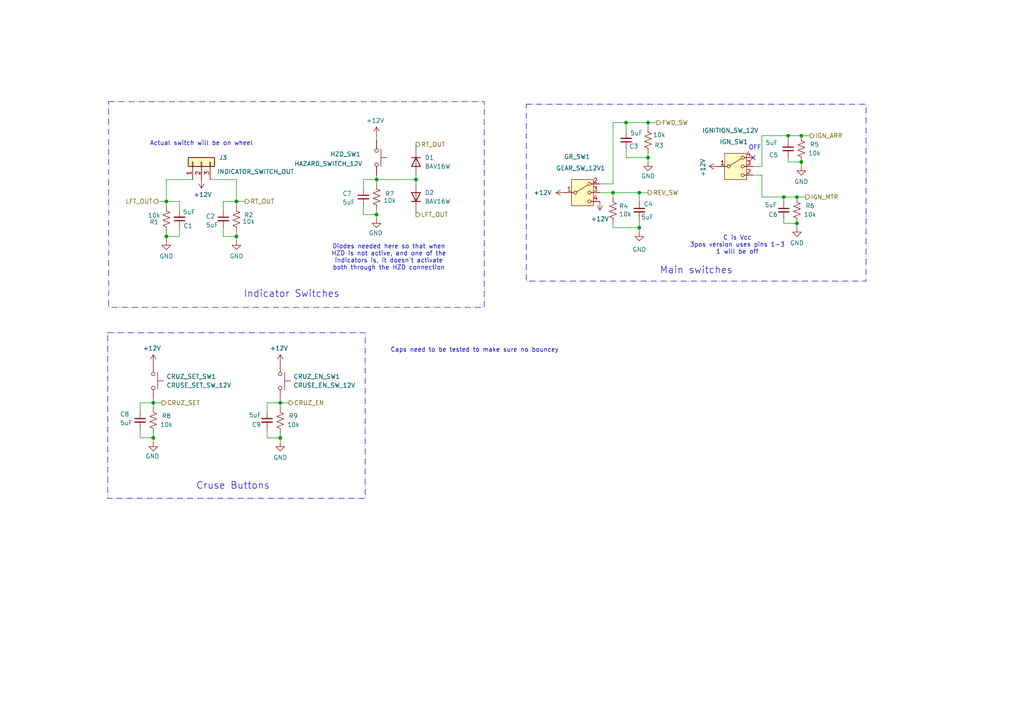
<source format=kicad_sch>
(kicad_sch (version 20231120) (generator "eeschema") (generator_version "8.0")
  (paper "A4")
  (lib_symbols
    (symbol "Connector_Generic:Conn_01x03" (pin_names (offset 1.016) hide)
      (property "Reference" "J" (at 0 5.08 0))
      (property "Value" "Conn_01x03" (at 0 -5.08 0))
      (symbol "Conn_01x03_1_1"
        (rectangle (start -1.27 -2.413) (end 0 -2.667) (stroke (width 0.1524)))
        (rectangle (start -1.27 0.127) (end 0 -0.127) (stroke (width 0.1524)))
        (rectangle (start -1.27 2.667) (end 0 2.413) (stroke (width 0.1524)))
        (rectangle (start -1.27 3.81) (end 1.27 -3.81) (stroke (width 0.254)) (fill (type background)))
        (pin passive line (at -5.08 2.54 0) (length 3.81) (name "Pin_1") (number "1"))
        (pin passive line (at -5.08 0 0) (length 3.81) (name "Pin_2") (number "2"))
        (pin passive line (at -5.08 -2.54 0) (length 3.81) (name "Pin_3") (number "3"))
      )
    )
    (symbol "Device:C_Small" (pin_numbers hide) (pin_names (offset 0.254) hide)
      (property "Reference" "C" (at 0.254 1.778 0))
      (property "Value" "C_Small" (at 0.254 -2.032 0))
      (symbol "C_Small_0_1"
        (polyline (pts (xy -1.524 -0.508) (xy 1.524 -0.508)) (stroke (width 0.3302)))
        (polyline (pts (xy -1.524 0.508) (xy 1.524 0.508)) (stroke (width 0.3048)))
      )
      (symbol "C_Small_1_1"
        (pin passive line (at 0 2.54 270) (length 2.032) (name "~") (number "1"))
        (pin passive line (at 0 -2.54 90) (length 2.032) (name "~") (number "2"))
      )
    )
    (symbol "Device:R_US" (pin_numbers hide) (pin_names (offset 0))
      (property "Reference" "R" (at 2.54 0 90))
      (property "Value" "R_US" (at -2.54 0 90))
      (symbol "R_US_0_1"
        (polyline (pts (xy 0 -2.286) (xy 0 -2.54)))
        (polyline (pts (xy 0 2.286) (xy 0 2.54)))
        (polyline (pts (xy 0 -0.762) (xy 1.016 -1.143) (xy 0 -1.524) (xy -1.016 -1.905) (xy 0 -2.286)))
        (polyline (pts (xy 0 0.762) (xy 1.016 0.381) (xy 0 0) (xy -1.016 -0.381) (xy 0 -0.762)))
        (polyline (pts (xy 0 2.286) (xy 1.016 1.905) (xy 0 1.524) (xy -1.016 1.143) (xy 0 0.762)))
      )
      (symbol "R_US_1_1"
        (pin passive line (at 0 3.81 270) (length 1.27) (name "~") (number "1"))
        (pin passive line (at 0 -3.81 90) (length 1.27) (name "~") (number "2"))
      )
    )
    (symbol "Diode:BAV16W" (pin_numbers hide) (pin_names hide)
      (property "Reference" "D" (at 0 2.54 0))
      (property "Value" "BAV16W" (at 0 -2.54 0))
      (symbol "BAV16W_0_1"
        (polyline (pts (xy -1.27 1.27) (xy -1.27 -1.27)) (stroke (width 0.254)))
        (polyline (pts (xy 1.27 0) (xy -1.27 0)))
        (polyline (pts (xy 1.27 1.27) (xy 1.27 -1.27) (xy -1.27 0) (xy 1.27 1.27)) (stroke (width 0.254)))
      )
      (symbol "BAV16W_1_1"
        (pin passive line (at -3.81 0 0) (length 2.54) (name "K") (number "1"))
        (pin passive line (at 3.81 0 180) (length 2.54) (name "A") (number "2"))
      )
    )
    (symbol "SW_SP3T_1" (pin_names (offset 0) hide)
      (property "Reference" "IGN_SW2" (at -0.508 7.112 0))
      (property "Value" "IGNITION_SW_12V" (at -1.524 10.414 0))
      (symbol "SW_SP3T_1_0_1"
        (circle (center -2.032 0) (radius 0.4572))
        (polyline (pts (xy -1.651 0.254) (xy 1.651 2.286)))
        (circle (center 2.032 -2.54) (radius 0.4572))
        (circle (center 2.032 0) (radius 0.4572))
        (circle (center 2.032 2.54) (radius 0.4572))
      )
      (symbol "SW_SP3T_1_1_1"
        (rectangle (start -3.175 3.81) (end 3.175 -3.81) (fill (type background)))
        (pin passive line (at -5.08 0 0) (length 2.54) (name "1") (number "1"))
        (pin passive line (at 5.08 2.54 180) (length 2.54) (name "2") (number "2"))
        (pin passive line (at 5.08 0 180) (length 2.54) (name "3") (number "3"))
        (pin passive line (at 5.08 -2.54 180) (length 2.54) (name "4") (number "4"))
      )
    )
    (symbol "Switch:SW_Push" (pin_numbers hide) (pin_names (offset 1.016) hide)
      (property "Reference" "SW" (at 1.27 2.54 0))
      (property "Value" "SW_Push" (at 0 -1.524 0))
      (symbol "SW_Push_0_1"
        (circle (center -2.032 0) (radius 0.508))
        (polyline (pts (xy 0 1.27) (xy 0 3.048)))
        (polyline (pts (xy 2.54 1.27) (xy -2.54 1.27)))
        (circle (center 2.032 0) (radius 0.508))
        (pin passive line (at -5.08 0 0) (length 2.54) (name "1") (number "1"))
        (pin passive line (at 5.08 0 180) (length 2.54) (name "2") (number "2"))
      )
    )
    (symbol "Switch:SW_SP3T" (pin_names (offset 0) hide)
      (property "Reference" "IGN_SW1" (at -0.508 7.112 0))
      (property "Value" "IGNITION_SW_12V" (at -1.524 10.414 0))
      (symbol "SW_SP3T_0_1"
        (circle (center -2.032 0) (radius 0.4572))
        (polyline (pts (xy -1.651 0.254) (xy 1.651 2.286)))
        (circle (center 2.032 -2.54) (radius 0.4572))
        (circle (center 2.032 0) (radius 0.4572))
        (circle (center 2.032 2.54) (radius 0.4572))
      )
      (symbol "SW_SP3T_1_1"
        (rectangle (start -3.175 3.81) (end 3.175 -3.81) (fill (type background)))
        (pin passive line (at -5.08 0 0) (length 2.54) (name "1") (number "1"))
        (pin passive line (at 5.08 -2.54 180) (length 2.54) (name "2") (number "2"))
        (pin passive line (at 5.08 0 180) (length 2.54) (name "3") (number "3"))
        (pin passive line (at 5.08 2.54 180) (length 2.54) (name "4") (number "4"))
      )
    )
    (symbol "power:+12V" (power) (pin_numbers hide) (pin_names (offset 0) hide)
      (property "Value" "+12V" (at 0 3.556 0))
      (symbol "+12V_0_1"
        (polyline (pts (xy -0.762 1.27) (xy 0 2.54)))
        (polyline (pts (xy 0 0) (xy 0 2.54)))
        (polyline (pts (xy 0 2.54) (xy 0.762 1.27)))
      )
      (symbol "+12V_1_1"
        (pin power_in line (at 0 0 90) (length 0) (name "~") (number "1"))
      )
    )
    (symbol "power:+3.3V" (power) (pin_numbers hide) (pin_names (offset 0) hide)
      (property "Value" "+3.3V" (at 0 3.556 0))
      (symbol "+3.3V_0_1"
        (polyline (pts (xy -0.762 1.27) (xy 0 2.54)))
        (polyline (pts (xy 0 0) (xy 0 2.54)))
        (polyline (pts (xy 0 2.54) (xy 0.762 1.27)))
      )
      (symbol "+3.3V_1_1"
        (pin power_in line (at 0 0 90) (length 0) (name "~") (number "1"))
      )
    )
    (symbol "power:GND" (power) (pin_numbers hide) (pin_names (offset 0) hide)
      (property "Value" "GND" (at 0 -3.81 0))
      (symbol "GND_0_1"
        (polyline (pts (xy 0 0) (xy 0 -1.27) (xy 1.27 -1.27) (xy 0 -2.54) (xy -1.27 -1.27) (xy 0 -1.27)))
      )
      (symbol "GND_1_1"
        (pin power_in line (at 0 0 270) (length 0) (name "~") (number "1"))
      )
    )
  )
  (junction (at 231.14 64.77))
  (junction (at 227.33 57.15))
  (junction (at 81.28 116.84))
  (junction (at 44.45 116.84))
  (junction (at 228.6 39.37))
  (junction (at 187.96 45.72))
  (junction (at 44.45 127))
  (junction (at 185.42 66.04))
  (junction (at 68.58 68.58))
  (junction (at 81.28 127))
  (junction (at 109.22 62.23))
  (junction (at 48.26 58.42))
  (junction (at 232.41 46.99))
  (junction (at 120.65 52.07))
  (junction (at 231.14 57.15))
  (junction (at 109.22 52.07))
  (junction (at 177.8 55.88))
  (junction (at 232.41 39.37))
  (junction (at 185.42 55.88))
  (junction (at 181.61 35.56))
  (junction (at 187.96 35.56))
  (junction (at 68.58 58.42))
  (junction (at 48.26 68.58))
  (no_connect (at 218.44 45.72))
  (wire (pts (xy 220.98 57.15) (xy 227.33 57.15)))
  (wire (pts (xy 109.22 50.8) (xy 109.22 52.07)))
  (wire (pts (xy 185.42 67.31) (xy 185.42 66.04)))
  (wire (pts (xy 120.65 60.96) (xy 120.65 62.23)))
  (wire (pts (xy 81.28 118.11) (xy 81.28 116.84)))
  (wire (pts (xy 187.96 44.45) (xy 187.96 45.72)))
  (wire (pts (xy 232.41 39.37) (xy 234.95 39.37)))
  (wire (pts (xy 52.07 58.42) (xy 48.26 58.42)))
  (wire (pts (xy 77.47 116.84) (xy 81.28 116.84)))
  (wire (pts (xy 40.64 116.84) (xy 44.45 116.84)))
  (wire (pts (xy 77.47 124.46) (xy 77.47 127)))
  (wire (pts (xy 232.41 46.99) (xy 232.41 48.26)))
  (wire (pts (xy 173.99 55.88) (xy 177.8 55.88)))
  (wire (pts (xy 64.77 58.42) (xy 64.77 60.96)))
  (wire (pts (xy 227.33 63.5) (xy 227.33 64.77)))
  (wire (pts (xy 109.22 60.96) (xy 109.22 62.23)))
  (wire (pts (xy 109.22 52.07) (xy 120.65 52.07)))
  (wire (pts (xy 68.58 52.07) (xy 68.58 58.42)))
  (wire (pts (xy 81.28 115.57) (xy 81.28 116.84)))
  (wire (pts (xy 185.42 63.5) (xy 185.42 66.04)))
  (wire (pts (xy 187.96 35.56) (xy 187.96 36.83)))
  (wire (pts (xy 187.96 46.99) (xy 187.96 45.72)))
  (wire (pts (xy 120.65 41.91) (xy 120.65 43.18)))
  (wire (pts (xy 44.45 118.11) (xy 44.45 116.84)))
  (wire (pts (xy 187.96 45.72) (xy 181.61 45.72)))
  (wire (pts (xy 105.41 52.07) (xy 105.41 54.61)))
  (wire (pts (xy 52.07 68.58) (xy 52.07 66.04)))
  (wire (pts (xy 109.22 62.23) (xy 109.22 63.5)))
  (wire (pts (xy 177.8 53.34) (xy 173.99 53.34)))
  (wire (pts (xy 40.64 119.38) (xy 40.64 116.84)))
  (wire (pts (xy 48.26 58.42) (xy 45.72 58.42)))
  (wire (pts (xy 77.47 127) (xy 81.28 127)))
  (wire (pts (xy 185.42 55.88) (xy 185.42 58.42)))
  (wire (pts (xy 228.6 46.99) (xy 232.41 46.99)))
  (wire (pts (xy 81.28 127) (xy 81.28 125.73)))
  (wire (pts (xy 109.22 52.07) (xy 109.22 53.34)))
  (wire (pts (xy 68.58 67.31) (xy 68.58 68.58)))
  (wire (pts (xy 64.77 68.58) (xy 68.58 68.58)))
  (wire (pts (xy 48.26 58.42) (xy 48.26 59.69)))
  (wire (pts (xy 177.8 35.56) (xy 177.8 53.34)))
  (wire (pts (xy 187.96 35.56) (xy 190.5 35.56)))
  (wire (pts (xy 81.28 116.84) (xy 83.82 116.84)))
  (wire (pts (xy 181.61 45.72) (xy 181.61 43.18)))
  (wire (pts (xy 109.22 39.37) (xy 109.22 40.64)))
  (wire (pts (xy 105.41 59.69) (xy 105.41 62.23)))
  (wire (pts (xy 48.26 52.07) (xy 48.26 58.42)))
  (wire (pts (xy 64.77 58.42) (xy 68.58 58.42)))
  (wire (pts (xy 68.58 68.58) (xy 68.58 69.85)))
  (wire (pts (xy 231.14 57.15) (xy 233.68 57.15)))
  (wire (pts (xy 48.26 68.58) (xy 48.26 67.31)))
  (wire (pts (xy 120.65 50.8) (xy 120.65 52.07)))
  (wire (pts (xy 68.58 58.42) (xy 71.12 58.42)))
  (wire (pts (xy 177.8 66.04) (xy 185.42 66.04)))
  (wire (pts (xy 81.28 128.27) (xy 81.28 127)))
  (wire (pts (xy 231.14 57.15) (xy 227.33 57.15)))
  (wire (pts (xy 181.61 35.56) (xy 181.61 38.1)))
  (wire (pts (xy 220.98 50.8) (xy 220.98 57.15)))
  (wire (pts (xy 220.98 39.37) (xy 228.6 39.37)))
  (wire (pts (xy 44.45 115.57) (xy 44.45 116.84)))
  (wire (pts (xy 177.8 64.77) (xy 177.8 66.04)))
  (wire (pts (xy 55.88 52.07) (xy 48.26 52.07)))
  (wire (pts (xy 64.77 66.04) (xy 64.77 68.58)))
  (wire (pts (xy 52.07 68.58) (xy 48.26 68.58)))
  (wire (pts (xy 105.41 62.23) (xy 109.22 62.23)))
  (wire (pts (xy 231.14 64.77) (xy 231.14 66.04)))
  (wire (pts (xy 181.61 35.56) (xy 187.96 35.56)))
  (wire (pts (xy 120.65 53.34) (xy 120.65 52.07)))
  (wire (pts (xy 40.64 124.46) (xy 40.64 127)))
  (wire (pts (xy 44.45 127) (xy 44.45 128.27)))
  (wire (pts (xy 44.45 116.84) (xy 46.99 116.84)))
  (wire (pts (xy 218.44 50.8) (xy 220.98 50.8)))
  (wire (pts (xy 68.58 59.69) (xy 68.58 58.42)))
  (wire (pts (xy 177.8 55.88) (xy 177.8 57.15)))
  (wire (pts (xy 218.44 48.26) (xy 220.98 48.26)))
  (wire (pts (xy 105.41 52.07) (xy 109.22 52.07)))
  (wire (pts (xy 227.33 57.15) (xy 227.33 58.42)))
  (wire (pts (xy 40.64 127) (xy 44.45 127)))
  (wire (pts (xy 220.98 39.37) (xy 220.98 48.26)))
  (wire (pts (xy 48.26 69.85) (xy 48.26 68.58)))
  (wire (pts (xy 77.47 116.84) (xy 77.47 119.38)))
  (wire (pts (xy 228.6 39.37) (xy 228.6 40.64)))
  (wire (pts (xy 227.33 64.77) (xy 231.14 64.77)))
  (wire (pts (xy 44.45 125.73) (xy 44.45 127)))
  (wire (pts (xy 177.8 35.56) (xy 181.61 35.56)))
  (wire (pts (xy 228.6 39.37) (xy 232.41 39.37)))
  (wire (pts (xy 177.8 55.88) (xy 185.42 55.88)))
  (wire (pts (xy 228.6 45.72) (xy 228.6 46.99)))
  (wire (pts (xy 60.96 52.07) (xy 68.58 52.07)))
  (wire (pts (xy 52.07 60.96) (xy 52.07 58.42)))
  (wire (pts (xy 187.96 55.88) (xy 185.42 55.88)))
  (rectangle (start 31.496 29.464) (end 140.462 89.154) (stroke (width 0) (type dash_dot)))
  (rectangle (start 152.654 30.226) (end 251.206 81.534) (stroke (width 0) (type dash_dot)))
  (rectangle (start 31.242 96.52) (end 105.918 144.526) (stroke (width 0) (type dash_dot)))
  (text "Indicator Switches" (at 84.582 85.344 0) (effects (font (size 2 2))))
  (text "Cruse Buttons\n" (at 67.564 140.97 0) (effects (font (size 2 2))))
  (text "C is Vcc\n3pos version uses pins 1-3\n1 will be off" (at 213.868 71.12 0) (effects (font (size 1.27 1.27))))
  (text "Actual switch will be on wheel" (at 58.42 41.656 0) (effects (font (size 1.27 1.27))))
  (text "Diodes needed here so that when\nHZD is not active, and one of the\nindicators is, it doesn't activate\nboth through the HZD connection" (at 112.776 74.676 0) (effects (font (size 1.27 1.27))))
  (text "Caps need to be tested to make sure no bouncey" (at 137.668 101.6 0) (effects (font (size 1.27 1.27))))
  (text "Main switches" (at 201.93 78.486 0) (effects (font (size 2 2))))
  (text "OFF\n" (at 218.948 42.926 0) (effects (font (size 1.27 1.27))))
  (hierarchical_label "REV_SW" (shape output) (at 187.96 55.88 0))
  (hierarchical_label "FWD_SW" (shape output) (at 190.5 35.56 0))
  (hierarchical_label "IGN_MTR" (shape output) (at 233.68 57.15 0))
  (hierarchical_label "RT_OUT" (shape output) (at 120.65 41.91 0))
  (hierarchical_label "RT_OUT" (shape output) (at 71.12 58.42 0))
  (hierarchical_label "CRUZ_EN" (shape output) (at 83.82 116.84 0))
  (hierarchical_label "IGN_ARR" (shape output) (at 234.95 39.37 0))
  (hierarchical_label "CRUZ_SET" (shape output) (at 46.99 116.84 0))
  (hierarchical_label "LFT_OUT" (shape output) (at 120.65 62.23 0))
  (hierarchical_label "LFT_OUT" (shape output) (at 45.72 58.42 180))
  (symbol (lib_name "SW_SP3T_1") (lib_id "Switch:SW_SP3T") (at 168.91 55.88 0) (unit 1)
    (property "Reference" "GEAR_SW_12V1" (at 168.402 48.768 0))
    (property "Value" "GR_SW1" (at 167.386 45.466 0))
    (property "Footprint" "switched:3posSlideToggle" (effects (hide yes)))
    (property "Datasheet" "https://www.vimex.com/switches/techdocs/SS13F11-tech.pdf" (effects (hide yes)))
    (property "Description" "Switch, three position, single pole triple throw, 3 position switch, SP3T" (effects (hide yes)))
    (property "Field5" "https://www.amazon.com/Yohii-Position-Vertical-Switch-SS13F11/dp/B07DNY27QB/ref=sr_1_1?crid=1IVIIMRQI2HJS&dib=eyJ2IjoiMSJ9.eq4ebiQlMkKEDFRAdhDxYwMIiYvkEjVZD_9xjgnfgCxXy-tZctG5FY5V9etNlcsO9SMg3hhRud0UZ8EvzB1QN5VE4UDG5s6WWWARvN8WRjMmnUkjLekKzcGdvc8ia7Sv9FLgmE0_jsopAeiuapqWnA.1wpn46VPwZhyZ5ITniFuaUG9biDjYCx3dxWY7euUJM8&dib_tag=se&keywords=SS13F11&qid=1732484796&sprefix=ss13f11%2Caps%2C110&sr=8-1" (effects (hide yes)))
    (property "P/N" "SS13F11" (effects (hide yes)))
  )
  (symbol (lib_id "Device:C_Small") (at 228.6 43.18 0) (unit 1)
    (property "Reference" "C5" (at 223.012 44.958 0) (effects (justify left)))
    (property "Value" "5uF" (at 221.996 41.402 0) (effects (justify left)))
    (property "Footprint" "Capacitor_SMD:C_0805_2012Metric_Pad1.18x1.45mm_HandSolder" (effects (hide yes)))
    (property "Description" "Unpolarized capacitor, small symbol" (effects (hide yes)))
    (property "P/N" "C0805C103J5RACTU" (effects (hide yes)))
  )
  (symbol (lib_id "power:GND") (at 185.42 67.31 0) (unit 1)
    (property "Reference" "#PWR011" (effects (hide yes)))
    (property "Value" "GND" (at 185.42 72.39 0))
    (property "Description" "Power symbol creates a global label with name \"GND\" , ground" (effects (hide yes)))
  )
  (symbol (lib_id "Device:C_Small") (at 105.41 57.15 0) (unit 1)
    (property "Reference" "C7" (at 99.314 56.134 0) (effects (justify left)))
    (property "Value" "5uF" (at 99.314 58.674 0) (effects (justify left)))
    (property "Footprint" "Capacitor_SMD:C_0805_2012Metric_Pad1.18x1.45mm_HandSolder" (effects (hide yes)))
    (property "Description" "Unpolarized capacitor, small symbol" (effects (hide yes)))
    (property "P/N" "C0805C103J5RACTU" (effects (hide yes)))
  )
  (symbol (lib_id "power:+3.3V") (at 208.28 48.26 90) (mirror x) (unit 1)
    (property "Reference" "#PWR017" (effects (hide yes)))
    (property "Value" "+12V" (at 203.8858 48.641 0))
    (property "Description" "Power symbol creates a global label with name \"+3.3V\"" (effects (hide yes)))
  )
  (symbol (lib_id "Device:R_US") (at 177.8 60.96 0) (unit 1)
    (property "Reference" "R4" (at 179.5272 59.7916 0) (effects (justify left)))
    (property "Value" "10k" (at 179.5272 62.103 0) (effects (justify left)))
    (property "Footprint" "Resistor_SMD:R_0805_2012Metric_Pad1.20x1.40mm_HandSolder" (effects (hide yes)))
    (property "Description" "Resistor, US symbol" (effects (hide yes)))
    (property "P/N" "CRCW080510K0FKEAC" (effects (hide yes)))
  )
  (symbol (lib_id "Device:R_US") (at 44.45 121.92 0) (unit 1)
    (property "Reference" "R8" (at 48.26 120.65 0))
    (property "Value" "10k" (at 48.26 123.19 0))
    (property "Footprint" "Resistor_SMD:R_0805_2012Metric_Pad1.20x1.40mm_HandSolder" (effects (hide yes)))
    (property "Description" "Resistor, US symbol" (effects (hide yes)))
    (property "P/N" "CRCW080510K0FKEAC" (effects (hide yes)))
  )
  (symbol (lib_id "Switch:SW_Push") (at 109.22 45.72 270) (unit 1)
    (property "Reference" "HZD_SW1" (at 95.758 44.704 90) (effects (justify left)))
    (property "Value" "HAZARD_SWITCH_12V" (at 85.344 47.498 90) (effects (justify left)))
    (property "Footprint" "switched:Toggle" (effects (hide yes)))
    (property "Datasheet" "https://www.mouser.com/datasheet/2/140/P200001-2487714.pdf" (effects (hide yes)))
    (property "Description" "Push button switch, generic, two pins" (effects (hide yes)))
    (property "P/N" "JN2UEENAGX" (effects (hide yes)))
  )
  (symbol (lib_id "power:+12V") (at 163.83 55.88 90) (unit 1)
    (property "Reference" "#PWR015" (effects (hide yes)))
    (property "Value" "+12V" (at 160.02 55.8799 90) (effects (justify left)))
    (property "Description" "Power symbol creates a global label with name \"+12V\"" (effects (hide yes)))
  )
  (symbol (lib_id "power:GND") (at 187.96 46.99 0) (unit 1)
    (property "Reference" "#PWR016" (effects (hide yes)))
    (property "Value" "GND" (at 187.96 51.054 0))
    (property "Description" "Power symbol creates a global label with name \"GND\" , ground" (effects (hide yes)))
  )
  (symbol (lib_id "Diode:BAV16W") (at 120.65 46.99 270) (unit 1)
    (property "Reference" "D1" (at 123.19 45.7199 90) (effects (justify left)))
    (property "Value" "BAV16W" (at 123.19 48.2599 90) (effects (justify left)))
    (property "Footprint" "Diode_SMD:D_SOD-123" (effects (hide yes)))
    (property "Datasheet" "https://www.diodes.com/assets/Datasheets/ds30086.pdf" (effects (hide yes)))
    (property "Description" "75V 0.15A Fast Switching Diode, SOD-123" (effects (hide yes)))
    (property "P/N" "BAV16W-7-F" (effects (hide yes)))
    (property "Sim.Device" "D" (effects (hide yes)))
    (property "Sim.Pins" "1=K 2=A" (effects (hide yes)))
  )
  (symbol (lib_id "power:+3.3V") (at 44.45 105.41 0) (mirror y) (unit 1)
    (property "Reference" "#PWR01" (effects (hide yes)))
    (property "Value" "+12V" (at 44.069 101.0158 0))
    (property "Description" "Power symbol creates a global label with name \"+3.3V\"" (effects (hide yes)))
  )
  (symbol (lib_id "Device:C_Small") (at 40.64 121.92 0) (unit 1)
    (property "Reference" "C8" (at 34.798 120.142 0) (effects (justify left)))
    (property "Value" "5uF" (at 34.798 122.682 0) (effects (justify left)))
    (property "Footprint" "Capacitor_SMD:C_0805_2012Metric_Pad1.18x1.45mm_HandSolder" (effects (hide yes)))
    (property "Description" "Unpolarized capacitor, small symbol" (effects (hide yes)))
    (property "P/N" "C0805C103J5RACTU" (effects (hide yes)))
  )
  (symbol (lib_id "Connector_Generic:Conn_01x03") (at 58.42 46.99 90) (unit 1)
    (property "Reference" "J3" (at 63.5 45.7199 90) (effects (justify right)))
    (property "Value" "INDICATOR_SWITCH_OUT" (at 62.992 49.784 90) (effects (justify right)))
    (property "Footprint" "Connector_Molex:Molex_Micro-Fit_3.0_43650-0300_1x03_P3.00mm_Horizontal" (effects (hide yes)))
    (property "Datasheet" "https://configured-product-images.s3.amazonaws.com/Datasheets/100.pdf" (effects (hide yes)))
    (property "Description" "Generic connector, single row, 01x03, script generated (kicad-library-utils/schlib/autogen/connector/)" (effects (hide yes)))
    (property "P/N" "43650-0300" (effects (hide yes)))
  )
  (symbol (lib_id "power:GND") (at 232.41 48.26 0) (unit 1)
    (property "Reference" "#PWR024" (effects (hide yes)))
    (property "Value" "GND" (at 232.41 52.705 0))
    (property "Description" "Power symbol creates a global label with name \"GND\" , ground" (effects (hide yes)))
  )
  (symbol (lib_id "Device:C_Small") (at 185.42 60.96 0) (unit 1)
    (property "Reference" "C4" (at 186.69 59.182 0) (effects (justify left)))
    (property "Value" "5uF" (at 185.928 62.992 0) (effects (justify left)))
    (property "Footprint" "Capacitor_SMD:C_0805_2012Metric_Pad1.18x1.45mm_HandSolder" (effects (hide yes)))
    (property "Description" "Unpolarized capacitor, small symbol" (effects (hide yes)))
    (property "P/N" "C0805C103J5RACTU" (effects (hide yes)))
  )
  (symbol (lib_id "Switch:SW_SP3T") (at 213.36 48.26 0) (unit 1)
    (property "Reference" "IGN_SW1" (at 212.852 41.148 0))
    (property "Value" "IGNITION_SW_12V" (at 211.836 37.846 0))
    (property "Footprint" "switched:SW_3POS_ROT" (effects (hide yes)))
    (property "Datasheet" "https://www.ckswitches.com/media/1349/arotary.pdf" (effects (hide yes)))
    (property "Description" "Switch, three position, single pole triple throw, 3 position switch, SP3T" (effects (hide yes)))
    (property "DigiKey Part Number" "CKN9823-ND" (effects (hide yes)))
    (property "Manufacturer_Part_Number" "A10305RNZQ" (effects (hide yes)))
    (property "P/N" "A10305RNZQ" (effects (hide yes)))
  )
  (symbol (lib_id "power:GND") (at 48.26 69.85 0) (unit 1)
    (property "Reference" "#PWR03" (effects (hide yes)))
    (property "Value" "GND" (at 48.26 74.295 0))
    (property "Description" "Power symbol creates a global label with name \"GND\" , ground" (effects (hide yes)))
  )
  (symbol (lib_id "power:GND") (at 231.14 66.04 0) (unit 1)
    (property "Reference" "#PWR020" (effects (hide yes)))
    (property "Value" "GND" (at 231.14 70.485 0))
    (property "Description" "Power symbol creates a global label with name \"GND\" , ground" (effects (hide yes)))
  )
  (symbol (lib_id "Switch:SW_Push") (at 44.45 110.49 270) (unit 1)
    (property "Reference" "CRUZ_SET_SW1" (at 48.26 109.2199 90) (effects (justify left)))
    (property "Value" "CRUSE_SET_SW_12V" (at 48.26 111.7599 90) (effects (justify left)))
    (property "Footprint" "Button_Switch_THT:SW_PUSH_6mm" (effects (hide yes)))
    (property "Datasheet" "https://www.sameskydevices.com/product/resource/ts02.pdf" (effects (hide yes)))
    (property "Description" "Push button switch, generic, two pins" (effects (hide yes)))
    (property "P/N" "TS02-66-43-BK-100-LCR-D" (effects (hide yes)))
  )
  (symbol (lib_id "Device:R_US") (at 48.26 63.5 0) (unit 1)
    (property "Reference" "R1" (at 44.704 64.389 0))
    (property "Value" "10k" (at 44.704 62.484 0))
    (property "Footprint" "Resistor_SMD:R_0805_2012Metric_Pad1.20x1.40mm_HandSolder" (effects (hide yes)))
    (property "Description" "Resistor, US symbol" (effects (hide yes)))
    (property "P/N" "CRCW080510K0FKEAC" (effects (hide yes)))
  )
  (symbol (lib_id "Device:C_Small") (at 77.47 121.92 0) (unit 1)
    (property "Reference" "C9" (at 73.025 123.19 0) (effects (justify left)))
    (property "Value" "5uF" (at 72.136 120.396 0) (effects (justify left)))
    (property "Footprint" "Capacitor_SMD:C_0805_2012Metric_Pad1.18x1.45mm_HandSolder" (effects (hide yes)))
    (property "Description" "Unpolarized capacitor, small symbol" (effects (hide yes)))
    (property "P/N" "C0805C103J5RACTU" (effects (hide yes)))
  )
  (symbol (lib_id "power:+12V") (at 173.99 58.42 180) (unit 1)
    (property "Reference" "#PWR021" (effects (hide yes)))
    (property "Value" "+12V" (at 173.99 63.5 0))
    (property "Description" "Power symbol creates a global label with name \"+12V\"" (effects (hide yes)))
  )
  (symbol (lib_id "Switch:SW_Push") (at 81.28 110.49 270) (unit 1)
    (property "Reference" "CRUZ_EN_SW1" (at 85.09 109.2199 90) (effects (justify left)))
    (property "Value" "CRUSE_EN_SW_12V" (at 85.09 111.7599 90) (effects (justify left)))
    (property "Footprint" "Button_Switch_THT:SW_PUSH_6mm" (effects (hide yes)))
    (property "Datasheet" "https://www.sameskydevices.com/product/resource/ts02.pdf" (effects (hide yes)))
    (property "Description" "Push button switch, generic, two pins" (effects (hide yes)))
    (property "P/N" "TS02-66-43-BK-100-LCR-D" (effects (hide yes)))
  )
  (symbol (lib_id "Device:R_US") (at 187.96 40.64 180) (unit 1)
    (property "Reference" "R3" (at 192.532 42.164 0) (effects (justify left)))
    (property "Value" "10k" (at 193.04 39.116 0) (effects (justify left)))
    (property "Footprint" "Resistor_SMD:R_0805_2012Metric_Pad1.20x1.40mm_HandSolder" (effects (hide yes)))
    (property "Description" "Resistor, US symbol" (effects (hide yes)))
    (property "P/N" "CRCW080510K0FKEAC" (effects (hide yes)))
  )
  (symbol (lib_id "Diode:BAV16W") (at 120.65 57.15 90) (unit 1)
    (property "Reference" "D2" (at 123.19 55.8799 90) (effects (justify right)))
    (property "Value" "BAV16W" (at 123.19 58.4199 90) (effects (justify right)))
    (property "Footprint" "Diode_SMD:D_SOD-123" (effects (hide yes)))
    (property "Datasheet" "https://www.diodes.com/assets/Datasheets/ds30086.pdf" (effects (hide yes)))
    (property "Description" "75V 0.15A Fast Switching Diode, SOD-123" (effects (hide yes)))
    (property "P/N" "BAV16W-7-F" (effects (hide yes)))
    (property "Sim.Device" "D" (effects (hide yes)))
    (property "Sim.Pins" "1=K 2=A" (effects (hide yes)))
  )
  (symbol (lib_id "Device:R_US") (at 231.14 60.96 180) (unit 1)
    (property "Reference" "R6" (at 234.95 59.69 0))
    (property "Value" "10k" (at 234.95 62.23 0))
    (property "Footprint" "Resistor_SMD:R_0805_2012Metric_Pad1.20x1.40mm_HandSolder" (effects (hide yes)))
    (property "Description" "Resistor, US symbol" (effects (hide yes)))
    (property "P/N" "CRCW080510K0FKEAC" (effects (hide yes)))
  )
  (symbol (lib_id "Device:R_US") (at 81.28 121.92 180) (unit 1)
    (property "Reference" "R9" (at 85.09 120.65 0))
    (property "Value" "10k" (at 85.09 123.19 0))
    (property "Footprint" "Resistor_SMD:R_0805_2012Metric_Pad1.20x1.40mm_HandSolder" (effects (hide yes)))
    (property "Description" "Resistor, US symbol" (effects (hide yes)))
    (property "P/N" "CRCW080510K0FKEAC" (effects (hide yes)))
  )
  (symbol (lib_id "Device:R_US") (at 68.58 63.5 180) (unit 1)
    (property "Reference" "R2" (at 72.136 62.357 0))
    (property "Value" "10k" (at 72.136 64.262 0))
    (property "Footprint" "Resistor_SMD:R_0805_2012Metric_Pad1.20x1.40mm_HandSolder" (effects (hide yes)))
    (property "Description" "Resistor, US symbol" (effects (hide yes)))
    (property "P/N" "CRCW080510K0FKEAC" (effects (hide yes)))
  )
  (symbol (lib_id "power:GND") (at 44.45 128.27 0) (unit 1)
    (property "Reference" "#PWR02" (effects (hide yes)))
    (property "Value" "GND" (at 44.196 132.334 0))
    (property "Description" "Power symbol creates a global label with name \"GND\" , ground" (effects (hide yes)))
  )
  (symbol (lib_id "power:GND") (at 81.28 128.27 0) (unit 1)
    (property "Reference" "#PWR07" (effects (hide yes)))
    (property "Value" "GND" (at 81.28 132.715 0))
    (property "Description" "Power symbol creates a global label with name \"GND\" , ground" (effects (hide yes)))
  )
  (symbol (lib_id "Device:C_Small") (at 227.33 60.96 0) (unit 1)
    (property "Reference" "C6" (at 222.885 62.23 0) (effects (justify left)))
    (property "Value" "5uF" (at 221.742 59.436 0) (effects (justify left)))
    (property "Footprint" "Capacitor_SMD:C_0805_2012Metric_Pad1.18x1.45mm_HandSolder" (effects (hide yes)))
    (property "Description" "Unpolarized capacitor, small symbol" (effects (hide yes)))
    (property "P/N" "C0805C103J5RACTU" (effects (hide yes)))
  )
  (symbol (lib_id "Device:R_US") (at 109.22 57.15 180) (unit 1)
    (property "Reference" "R7" (at 113.03 56.261 0))
    (property "Value" "10k" (at 113.03 58.166 0))
    (property "Footprint" "Resistor_SMD:R_0805_2012Metric_Pad1.20x1.40mm_HandSolder" (effects (hide yes)))
    (property "Description" "Resistor, US symbol" (effects (hide yes)))
    (property "P/N" "CRCW080510K0FKEAC" (effects (hide yes)))
  )
  (symbol (lib_id "power:+3.3V") (at 58.42 52.07 0) (mirror x) (unit 1)
    (property "Reference" "#PWR018" (effects (hide yes)))
    (property "Value" "+12V" (at 58.801 56.4642 0))
    (property "Description" "Power symbol creates a global label with name \"+3.3V\"" (effects (hide yes)))
  )
  (symbol (lib_id "power:+3.3V") (at 109.22 39.37 0) (mirror y) (unit 1)
    (property "Reference" "#PWR012" (effects (hide yes)))
    (property "Value" "+12V" (at 108.839 34.9758 0))
    (property "Description" "Power symbol creates a global label with name \"+3.3V\"" (effects (hide yes)))
  )
  (symbol (lib_id "Device:R_US") (at 232.41 43.18 180) (unit 1)
    (property "Reference" "R5" (at 236.22 41.91 0))
    (property "Value" "10k" (at 236.22 44.45 0))
    (property "Footprint" "Resistor_SMD:R_0805_2012Metric_Pad1.20x1.40mm_HandSolder" (effects (hide yes)))
    (property "Description" "Resistor, US symbol" (effects (hide yes)))
    (property "P/N" "CRCW080510K0FKEAC" (effects (hide yes)))
  )
  (symbol (lib_id "power:+3.3V") (at 81.28 105.41 0) (mirror y) (unit 1)
    (property "Reference" "#PWR08" (effects (hide yes)))
    (property "Value" "+12V" (at 80.899 101.0158 0))
    (property "Description" "Power symbol creates a global label with name \"+3.3V\"" (effects (hide yes)))
  )
  (symbol (lib_id "power:GND") (at 68.58 69.85 0) (unit 1)
    (property "Reference" "#PWR014" (effects (hide yes)))
    (property "Value" "GND" (at 68.58 74.295 0))
    (property "Description" "Power symbol creates a global label with name \"GND\" , ground" (effects (hide yes)))
  )
  (symbol (lib_id "power:GND") (at 109.22 63.5 0) (unit 1)
    (property "Reference" "#PWR013" (effects (hide yes)))
    (property "Value" "GND" (at 108.966 67.564 0))
    (property "Description" "Power symbol creates a global label with name \"GND\" , ground" (effects (hide yes)))
  )
  (symbol (lib_id "Device:C_Small") (at 64.77 63.5 0) (unit 1)
    (property "Reference" "C2" (at 59.69 62.738 0) (effects (justify left)))
    (property "Value" "5uF" (at 59.69 65.278 0) (effects (justify left)))
    (property "Footprint" "Capacitor_SMD:C_0805_2012Metric_Pad1.18x1.45mm_HandSolder" (effects (hide yes)))
    (property "Description" "Unpolarized capacitor, small symbol" (effects (hide yes)))
    (property "P/N" "C0805C103J5RACTU" (effects (hide yes)))
  )
  (symbol (lib_id "Device:C_Small") (at 181.61 40.64 180) (unit 1)
    (property "Reference" "C3" (at 185.166 42.418 0) (effects (justify left)))
    (property "Value" "5uF" (at 186.436 38.608 0) (effects (justify left)))
    (property "Footprint" "Capacitor_SMD:C_0805_2012Metric_Pad1.18x1.45mm_HandSolder" (effects (hide yes)))
    (property "Description" "Unpolarized capacitor, small symbol" (effects (hide yes)))
    (property "P/N" "C0805C103J5RACTU" (effects (hide yes)))
  )
  (symbol (lib_id "Device:C_Small") (at 52.07 63.5 180) (unit 1)
    (property "Reference" "C1" (at 55.88 65.532 0) (effects (justify left)))
    (property "Value" "5uF" (at 56.642 61.468 0) (effects (justify left)))
    (property "Footprint" "Capacitor_SMD:C_0805_2012Metric_Pad1.18x1.45mm_HandSolder" (effects (hide yes)))
    (property "Description" "Unpolarized capacitor, small symbol" (effects (hide yes)))
    (property "P/N" "C0805C103J5RACTU" (effects (hide yes)))
  )
)
</source>
